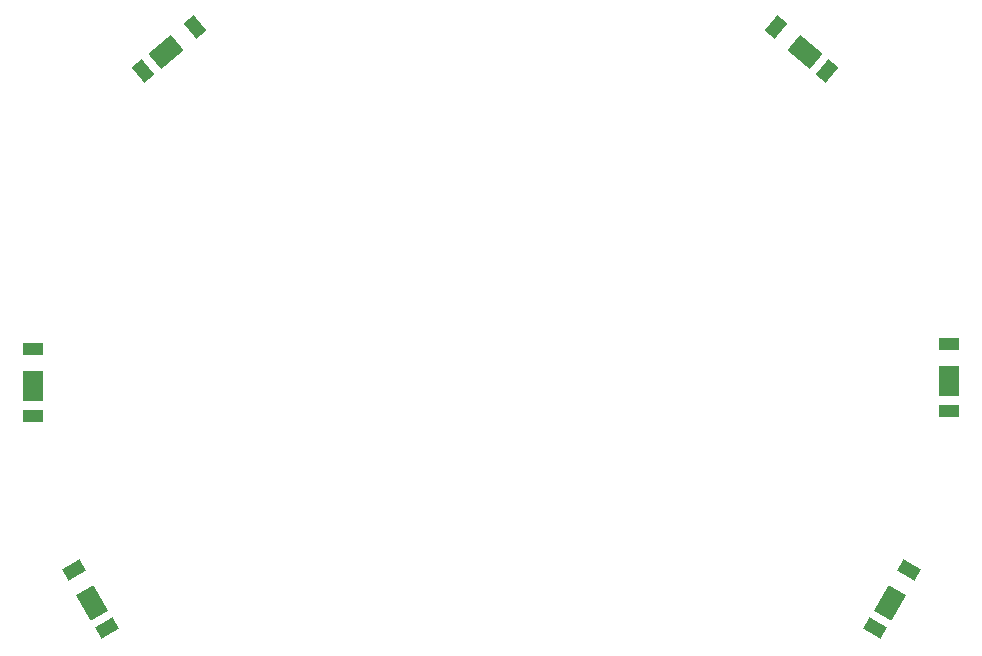
<source format=gbr>
%TF.GenerationSoftware,KiCad,Pcbnew,7.0.8*%
%TF.CreationDate,2024-01-31T23:47:12+00:00*%
%TF.ProjectId,Milo_RingLight,4d696c6f-5f52-4696-9e67-4c696768742e,rev?*%
%TF.SameCoordinates,Original*%
%TF.FileFunction,Paste,Top*%
%TF.FilePolarity,Positive*%
%FSLAX46Y46*%
G04 Gerber Fmt 4.6, Leading zero omitted, Abs format (unit mm)*
G04 Created by KiCad (PCBNEW 7.0.8) date 2024-01-31 23:47:12*
%MOMM*%
%LPD*%
G01*
G04 APERTURE LIST*
G04 Aperture macros list*
%AMRotRect*
0 Rectangle, with rotation*
0 The origin of the aperture is its center*
0 $1 length*
0 $2 width*
0 $3 Rotation angle, in degrees counterclockwise*
0 Add horizontal line*
21,1,$1,$2,0,0,$3*%
G04 Aperture macros list end*
%ADD10R,1.700000X1.100000*%
%ADD11R,1.700000X2.500000*%
%ADD12RotRect,1.100000X1.700000X300.000000*%
%ADD13RotRect,2.500000X1.700000X300.000000*%
%ADD14RotRect,1.100000X1.700000X240.000000*%
%ADD15RotRect,2.500000X1.700000X240.000000*%
%ADD16RotRect,1.100000X1.700000X320.000000*%
%ADD17RotRect,2.500000X1.700000X320.000000*%
%ADD18RotRect,1.100000X1.700000X220.000000*%
%ADD19RotRect,2.500000X1.700000X220.000000*%
G04 APERTURE END LIST*
D10*
%TO.C,D5*%
X109082624Y-51800000D03*
D11*
X109082624Y-55000000D03*
D10*
X109082624Y-57500000D03*
%TD*%
D12*
%TO.C,D3*%
X34982624Y-70982380D03*
D13*
X36582624Y-73753661D03*
D12*
X37832624Y-75918724D03*
%TD*%
D14*
%TO.C,D4*%
X105682624Y-70982380D03*
D15*
X104082624Y-73753661D03*
D14*
X102832624Y-75918724D03*
%TD*%
D10*
%TO.C,D2*%
X31582624Y-52222800D03*
D11*
X31582624Y-55422800D03*
D10*
X31582624Y-57922800D03*
%TD*%
D16*
%TO.C,D6*%
X94427997Y-25028316D03*
D17*
X96879340Y-27085237D03*
D16*
X98794451Y-28692206D03*
%TD*%
D18*
%TO.C,D1*%
X45265367Y-25028316D03*
D19*
X42814024Y-27085237D03*
D18*
X40898913Y-28692206D03*
%TD*%
M02*

</source>
